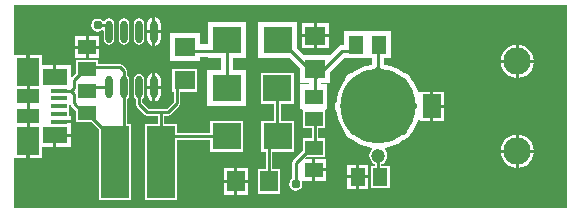
<source format=gtl>
G04 Layer_Physical_Order=1*
G04 Layer_Color=255*
%FSLAX23Y23*%
%MOIN*%
G70*
G01*
G75*
%ADD10R,0.063X0.071*%
%ADD11R,0.071X0.063*%
%ADD12R,0.051X0.059*%
%ADD13R,0.059X0.051*%
%ADD14R,0.094X0.240*%
%ADD15R,0.098X0.091*%
%ADD16R,0.083X0.058*%
%ADD17R,0.054X0.018*%
%ADD18R,0.075X0.046*%
%ADD19R,0.075X0.094*%
%ADD20O,0.024X0.075*%
%ADD21C,0.047*%
%ADD22R,0.059X0.079*%
%ADD23C,0.010*%
%ADD24C,0.250*%
%ADD25C,0.091*%
%ADD26C,0.031*%
%ADD27C,0.028*%
G36*
X344Y-339D02*
X-1499D01*
Y-171D01*
X-1457D01*
Y-115D01*
X-1447D01*
Y-171D01*
X-1405D01*
Y-136D01*
X-1367D01*
Y-97D01*
X-1362D01*
Y-92D01*
X-1310D01*
Y-58D01*
X-1310D01*
Y-56D01*
X-1348D01*
Y-46D01*
X-1310D01*
Y-32D01*
X-1314D01*
Y3D01*
X-1309Y4D01*
X-1308Y2D01*
X-1291Y-15D01*
Y-54D01*
X-1239D01*
X-1214Y-79D01*
Y-311D01*
X-1108D01*
Y-59D01*
X-1121D01*
Y24D01*
X-1119Y26D01*
X-1115Y31D01*
X-1114Y38D01*
Y90D01*
X-1115Y96D01*
X-1119Y102D01*
X-1121Y103D01*
Y117D01*
X-1121Y117D01*
X-1122Y121D01*
X-1124Y125D01*
X-1124Y125D01*
X-1136Y137D01*
X-1137Y139D01*
X-1141Y141D01*
X-1145Y142D01*
X-1146D01*
X-1146Y142D01*
X-1146Y142D01*
X-1219D01*
Y154D01*
X-1291D01*
Y111D01*
X-1305Y96D01*
X-1310Y98D01*
Y136D01*
X-1357D01*
Y97D01*
X-1367D01*
Y136D01*
X-1405D01*
Y171D01*
X-1447D01*
Y115D01*
X-1457D01*
Y171D01*
X-1499D01*
Y339D01*
X344D01*
Y-339D01*
D02*
G37*
%LPC*%
G36*
X184Y-95D02*
Y-145D01*
X234D01*
X233Y-135D01*
X227Y-122D01*
X218Y-110D01*
X207Y-101D01*
X193Y-96D01*
X184Y-95D01*
D02*
G37*
G36*
X-1310Y-102D02*
X-1357D01*
Y-136D01*
X-1310D01*
Y-102D01*
D02*
G37*
G36*
X174Y-95D02*
X164Y-96D01*
X151Y-101D01*
X139Y-110D01*
X131Y-122D01*
X125Y-135D01*
X124Y-145D01*
X174D01*
Y-95D01*
D02*
G37*
G36*
Y-155D02*
X124D01*
X125Y-164D01*
X131Y-177D01*
X139Y-189D01*
X151Y-198D01*
X164Y-203D01*
X174Y-205D01*
Y-155D01*
D02*
G37*
G36*
X234D02*
X184D01*
Y-205D01*
X193Y-203D01*
X207Y-198D01*
X218Y-189D01*
X227Y-177D01*
X233Y-164D01*
X234Y-155D01*
D02*
G37*
G36*
X-66Y49D02*
X-101D01*
Y5D01*
X-66D01*
Y49D01*
D02*
G37*
G36*
X-1037Y59D02*
X-1054D01*
Y38D01*
X-1053Y30D01*
X-1048Y23D01*
X-1041Y18D01*
X-1037Y17D01*
Y59D01*
D02*
G37*
G36*
X-889Y123D02*
X-971D01*
Y48D01*
X-966D01*
Y15D01*
X-990Y-9D01*
X-1050D01*
X-1071Y12D01*
Y24D01*
X-1069Y26D01*
X-1065Y31D01*
X-1064Y38D01*
Y90D01*
X-1065Y96D01*
X-1069Y102D01*
X-1075Y106D01*
X-1082Y108D01*
X-1089Y106D01*
X-1095Y102D01*
X-1099Y96D01*
X-1100Y90D01*
Y38D01*
X-1099Y31D01*
X-1095Y26D01*
X-1093Y24D01*
Y7D01*
X-1093Y7D01*
X-1092Y3D01*
X-1090Y-1D01*
X-1063Y-28D01*
X-1063Y-28D01*
X-1059Y-30D01*
X-1055Y-31D01*
X-1055Y-31D01*
X-1020D01*
Y-59D01*
X-1062D01*
Y-311D01*
X-956D01*
Y-111D01*
X-844D01*
Y-151D01*
X-734D01*
Y-49D01*
X-844D01*
Y-89D01*
X-956D01*
Y-59D01*
X-998D01*
Y-31D01*
X-985D01*
X-985Y-31D01*
X-981Y-30D01*
X-977Y-28D01*
X-947Y2D01*
X-945Y6D01*
X-944Y10D01*
X-944Y10D01*
Y48D01*
X-889D01*
Y123D01*
D02*
G37*
G36*
X-556Y280D02*
X-685D01*
Y160D01*
X-580D01*
X-545Y126D01*
Y78D01*
X-515D01*
Y73D01*
X-544D01*
Y-8D01*
X-538D01*
X-535Y-11D01*
X-535Y-13D01*
Y-74D01*
X-506D01*
Y-106D01*
X-535D01*
Y-147D01*
X-568Y-180D01*
X-570Y-184D01*
X-571Y-188D01*
X-571Y-188D01*
Y-241D01*
X-576Y-244D01*
X-580Y-252D01*
X-582Y-260D01*
X-580Y-268D01*
X-576Y-276D01*
X-568Y-280D01*
X-560Y-282D01*
X-552Y-280D01*
X-544Y-276D01*
X-540Y-268D01*
X-538Y-260D01*
X-539Y-253D01*
X-537Y-249D01*
X-536Y-248D01*
X-504D01*
Y-212D01*
Y-177D01*
X-525D01*
X-527Y-172D01*
X-525Y-169D01*
X-463D01*
Y-106D01*
X-484D01*
Y-74D01*
X-463D01*
Y-13D01*
X-463Y-11D01*
X-460Y-8D01*
X-454D01*
Y73D01*
X-475D01*
Y78D01*
X-445D01*
Y115D01*
X-402Y158D01*
X-398Y160D01*
Y160D01*
X-398Y160D01*
X-304D01*
Y139D01*
X-306Y139D01*
X-327Y134D01*
X-348Y125D01*
X-367Y114D01*
X-370Y111D01*
X-374Y110D01*
X-381Y107D01*
X-387Y103D01*
X-391Y97D01*
X-394Y90D01*
X-395Y86D01*
X-398Y83D01*
X-409Y64D01*
X-418Y43D01*
X-423Y22D01*
X-423Y18D01*
X-425Y15D01*
X-428Y8D01*
X-429Y0D01*
X-428Y-8D01*
X-425Y-15D01*
X-423Y-18D01*
X-423Y-22D01*
X-418Y-43D01*
X-409Y-64D01*
X-398Y-83D01*
X-395Y-86D01*
X-394Y-90D01*
X-391Y-97D01*
X-387Y-103D01*
X-381Y-107D01*
X-374Y-110D01*
X-370Y-111D01*
X-367Y-114D01*
X-348Y-125D01*
X-327Y-134D01*
X-306Y-139D01*
X-305Y-141D01*
X-305Y-143D01*
X-305Y-144D01*
X-310Y-150D01*
X-313Y-157D01*
X-314Y-165D01*
X-313Y-173D01*
X-310Y-180D01*
X-305Y-186D01*
X-299Y-191D01*
X-296Y-192D01*
Y-199D01*
X-309D01*
Y-271D01*
X-246D01*
Y-199D01*
X-274D01*
Y-193D01*
X-269Y-191D01*
X-263Y-186D01*
X-258Y-180D01*
X-255Y-173D01*
X-254Y-165D01*
X-255Y-157D01*
X-258Y-150D01*
X-263Y-144D01*
X-263Y-143D01*
X-263Y-141D01*
X-262Y-139D01*
X-241Y-134D01*
X-220Y-125D01*
X-201Y-114D01*
X-198Y-111D01*
X-194Y-110D01*
X-187Y-107D01*
X-181Y-103D01*
X-177Y-97D01*
X-174Y-90D01*
X-173Y-86D01*
X-170Y-83D01*
X-159Y-64D01*
X-150Y-43D01*
X-146Y-44D01*
Y-49D01*
X-111D01*
Y0D01*
Y49D01*
X-146D01*
Y44D01*
X-150Y43D01*
X-159Y64D01*
X-170Y83D01*
X-173Y86D01*
X-174Y90D01*
X-177Y97D01*
X-181Y103D01*
X-187Y107D01*
X-194Y110D01*
X-198Y111D01*
X-201Y114D01*
X-220Y125D01*
X-241Y134D01*
X-262Y139D01*
X-264Y139D01*
Y160D01*
X-242D01*
Y250D01*
X-398D01*
Y205D01*
X-404D01*
X-412Y203D01*
X-418Y199D01*
X-446Y171D01*
X-534D01*
X-556Y194D01*
Y280D01*
D02*
G37*
G36*
X-66Y-5D02*
X-101D01*
Y-49D01*
X-66D01*
Y-5D01*
D02*
G37*
G36*
X-459Y-177D02*
X-494D01*
Y-207D01*
X-459D01*
Y-177D01*
D02*
G37*
G36*
X-357Y-240D02*
X-388D01*
Y-275D01*
X-357D01*
Y-240D01*
D02*
G37*
G36*
X-317D02*
X-347D01*
Y-275D01*
X-317D01*
Y-240D01*
D02*
G37*
G36*
X-566Y111D02*
X-676D01*
Y9D01*
X-632D01*
Y-49D01*
X-676D01*
Y-151D01*
X-660D01*
Y-209D01*
X-686D01*
Y-291D01*
X-611D01*
Y-209D01*
X-637D01*
Y-151D01*
X-565D01*
Y-49D01*
X-610D01*
Y9D01*
X-566D01*
Y111D01*
D02*
G37*
G36*
X-764Y-255D02*
X-800D01*
Y-295D01*
X-764D01*
Y-255D01*
D02*
G37*
G36*
X-717D02*
X-754D01*
Y-295D01*
X-717D01*
Y-255D01*
D02*
G37*
G36*
X-357Y-195D02*
X-388D01*
Y-230D01*
X-357D01*
Y-195D01*
D02*
G37*
G36*
X-317D02*
X-347D01*
Y-230D01*
X-317D01*
Y-195D01*
D02*
G37*
G36*
X-717Y-205D02*
X-754D01*
Y-245D01*
X-717D01*
Y-205D01*
D02*
G37*
G36*
X-459Y-217D02*
X-494D01*
Y-248D01*
X-459D01*
Y-217D01*
D02*
G37*
G36*
X-764Y-205D02*
X-800D01*
Y-245D01*
X-764D01*
Y-205D01*
D02*
G37*
G36*
X-1010Y59D02*
X-1027D01*
Y17D01*
X-1023Y18D01*
X-1016Y23D01*
X-1011Y30D01*
X-1010Y38D01*
Y59D01*
D02*
G37*
G36*
X-1132Y293D02*
X-1139Y291D01*
X-1145Y287D01*
X-1149Y282D01*
X-1150Y275D01*
Y223D01*
X-1149Y216D01*
X-1145Y211D01*
X-1139Y207D01*
X-1132Y205D01*
X-1125Y207D01*
X-1119Y211D01*
X-1115Y216D01*
X-1114Y223D01*
Y275D01*
X-1115Y282D01*
X-1119Y287D01*
X-1125Y291D01*
X-1132Y293D01*
D02*
G37*
G36*
X-1082D02*
X-1089Y291D01*
X-1095Y287D01*
X-1099Y282D01*
X-1100Y275D01*
Y223D01*
X-1099Y216D01*
X-1095Y211D01*
X-1089Y207D01*
X-1082Y205D01*
X-1075Y207D01*
X-1069Y211D01*
X-1065Y216D01*
X-1064Y223D01*
Y275D01*
X-1065Y282D01*
X-1069Y287D01*
X-1075Y291D01*
X-1082Y293D01*
D02*
G37*
G36*
X-1215Y233D02*
X-1250D01*
Y202D01*
X-1215D01*
Y233D01*
D02*
G37*
G36*
X-1010Y244D02*
X-1027D01*
Y202D01*
X-1023Y203D01*
X-1016Y208D01*
X-1011Y215D01*
X-1010Y223D01*
Y244D01*
D02*
G37*
G36*
X-1260Y233D02*
X-1295D01*
Y202D01*
X-1260D01*
Y233D01*
D02*
G37*
G36*
X-725Y280D02*
X-853D01*
Y206D01*
X-880D01*
Y243D01*
X-980D01*
Y150D01*
X-880D01*
Y165D01*
X-853D01*
Y160D01*
X-810D01*
Y120D01*
X-854D01*
Y-0D01*
X-725D01*
Y120D01*
X-769D01*
Y160D01*
X-725D01*
Y280D01*
D02*
G37*
G36*
X-1027Y296D02*
Y254D01*
X-1010D01*
Y275D01*
X-1011Y283D01*
X-1016Y290D01*
X-1023Y295D01*
X-1027Y296D01*
D02*
G37*
G36*
X-1182Y293D02*
X-1189Y291D01*
X-1195Y287D01*
X-1197Y284D01*
X-1203Y284D01*
X-1204Y286D01*
X-1212Y290D01*
X-1220Y292D01*
X-1228Y290D01*
X-1236Y286D01*
X-1240Y278D01*
X-1242Y270D01*
X-1240Y262D01*
X-1236Y254D01*
X-1228Y250D01*
X-1220Y248D01*
X-1212Y250D01*
X-1205Y254D01*
X-1202Y253D01*
X-1200Y252D01*
Y223D01*
X-1199Y216D01*
X-1195Y211D01*
X-1189Y207D01*
X-1182Y205D01*
X-1175Y207D01*
X-1169Y211D01*
X-1165Y216D01*
X-1164Y223D01*
Y275D01*
X-1165Y282D01*
X-1169Y287D01*
X-1175Y291D01*
X-1182Y293D01*
D02*
G37*
G36*
X-1037Y296D02*
X-1041Y295D01*
X-1048Y290D01*
X-1053Y283D01*
X-1054Y275D01*
Y254D01*
X-1037D01*
Y296D01*
D02*
G37*
G36*
X-500Y277D02*
X-540D01*
Y240D01*
X-500D01*
Y277D01*
D02*
G37*
G36*
X-450D02*
X-490D01*
Y240D01*
X-450D01*
Y277D01*
D02*
G37*
G36*
X234Y145D02*
X184D01*
Y95D01*
X193Y96D01*
X207Y101D01*
X218Y110D01*
X227Y122D01*
X233Y135D01*
X234Y145D01*
D02*
G37*
G36*
X174Y205D02*
X164Y203D01*
X151Y198D01*
X139Y189D01*
X131Y177D01*
X125Y164D01*
X124Y155D01*
X174D01*
Y205D01*
D02*
G37*
G36*
Y145D02*
X124D01*
X125Y135D01*
X131Y122D01*
X139Y110D01*
X151Y101D01*
X164Y96D01*
X174Y95D01*
Y145D01*
D02*
G37*
G36*
X-1037Y111D02*
X-1041Y110D01*
X-1048Y105D01*
X-1053Y98D01*
X-1054Y90D01*
Y69D01*
X-1037D01*
Y111D01*
D02*
G37*
G36*
X-1027D02*
Y69D01*
X-1010D01*
Y90D01*
X-1011Y98D01*
X-1016Y105D01*
X-1023Y110D01*
X-1027Y111D01*
D02*
G37*
G36*
X184Y205D02*
Y155D01*
X234D01*
X233Y164D01*
X227Y177D01*
X218Y189D01*
X207Y198D01*
X193Y203D01*
X184Y205D01*
D02*
G37*
G36*
X-450Y230D02*
X-490D01*
Y194D01*
X-450D01*
Y230D01*
D02*
G37*
G36*
X-1037Y244D02*
X-1054D01*
Y223D01*
X-1053Y215D01*
X-1048Y208D01*
X-1041Y203D01*
X-1037Y202D01*
Y244D01*
D02*
G37*
G36*
X-500Y230D02*
X-540D01*
Y194D01*
X-500D01*
Y230D01*
D02*
G37*
G36*
X-1260Y192D02*
X-1295D01*
Y162D01*
X-1260D01*
Y192D01*
D02*
G37*
G36*
X-1215D02*
X-1250D01*
Y162D01*
X-1215D01*
Y192D01*
D02*
G37*
%LPD*%
D10*
X-649Y-250D02*
D03*
X-759D02*
D03*
D11*
X-495Y235D02*
D03*
Y125D02*
D03*
X-930Y196D02*
D03*
Y86D02*
D03*
D12*
X-352Y-235D02*
D03*
X-278D02*
D03*
X-357Y205D02*
D03*
X-283D02*
D03*
D13*
X-1255Y-22D02*
D03*
Y52D02*
D03*
X-499Y-212D02*
D03*
Y-138D02*
D03*
Y-42D02*
D03*
Y32D02*
D03*
X-1255Y123D02*
D03*
Y197D02*
D03*
D14*
X-1009Y-185D02*
D03*
X-1161D02*
D03*
D15*
X-621Y60D02*
D03*
X-790D02*
D03*
X-789Y-100D02*
D03*
X-620D02*
D03*
X-789Y220D02*
D03*
X-620D02*
D03*
D16*
X-1362Y97D02*
D03*
Y-97D02*
D03*
D17*
X-1348Y26D02*
D03*
Y51D02*
D03*
Y-51D02*
D03*
Y-26D02*
D03*
Y0D02*
D03*
D18*
X-1452Y33D02*
D03*
Y-33D02*
D03*
D19*
Y-115D02*
D03*
Y115D02*
D03*
D20*
X-1032Y249D02*
D03*
X-1082D02*
D03*
X-1132D02*
D03*
X-1182D02*
D03*
X-1032Y64D02*
D03*
X-1082D02*
D03*
X-1132D02*
D03*
X-1182D02*
D03*
D21*
X-284Y-165D02*
D03*
D22*
X-106Y0D02*
D03*
D23*
X-495Y-138D02*
Y-29D01*
X-1220Y270D02*
X-1177D01*
X-378Y185D02*
X-357Y205D01*
X-1243Y64D02*
X-1182D01*
X-284Y0D02*
Y205D01*
X-285Y-223D02*
Y-158D01*
X-620Y220D02*
X-585Y185D01*
X-649Y-250D02*
Y-128D01*
X-1009Y-100D02*
Y-20D01*
Y-155D02*
Y-100D01*
X-789D01*
X-930Y185D02*
X-824D01*
X-955Y10D02*
Y78D01*
X-985Y-20D02*
X-955Y10D01*
X-1009Y-20D02*
X-985D01*
X-1055D02*
X-1009D01*
X-1082Y7D02*
X-1055Y-20D01*
X-1161Y-185D02*
Y-116D01*
X-1255Y-22D02*
X-1161Y-116D01*
X-1452Y-115D02*
Y-33D01*
Y-227D02*
Y-115D01*
Y115D02*
Y277D01*
Y33D02*
Y115D01*
Y-33D02*
Y33D01*
X-1300Y10D02*
X-1268Y-22D01*
X-1300Y10D02*
Y42D01*
X-1309Y51D02*
X-1300Y42D01*
Y86D02*
X-1255Y131D01*
X-1300Y60D02*
Y86D01*
X-1309Y51D02*
X-1300Y60D01*
X-1348Y51D02*
X-1309D01*
X-1146Y131D02*
X-1132Y117D01*
Y64D02*
Y117D01*
X-1082Y7D02*
Y64D01*
X-790Y60D02*
Y220D01*
X-621Y-100D02*
Y60D01*
X-1132Y-126D02*
Y64D01*
X-1255Y131D02*
X-1146D01*
X-1145D01*
X-495Y-138D02*
X-482D01*
X-284Y0D02*
Y116D01*
X-366Y-82D02*
X-202Y82D01*
X-366D02*
X-202Y-82D01*
X-400Y0D02*
X-168D01*
X-495Y32D02*
Y93D01*
X-404Y185D01*
X-378D01*
X-585Y185D02*
X-576D01*
X-516Y125D02*
X-495D01*
X-576Y185D02*
X-567Y176D01*
X-516Y125D01*
X-560Y-260D02*
Y-188D01*
X-510Y-138D01*
X-495D01*
D24*
X-284Y0D02*
D03*
D25*
X179Y150D02*
D03*
Y-150D02*
D03*
D26*
X-380Y130D02*
D03*
X-400Y300D02*
D03*
X-300D02*
D03*
X-100Y-100D02*
D03*
Y100D02*
D03*
X-560Y-260D02*
D03*
X-400Y-300D02*
D03*
X-300D02*
D03*
X-705Y-200D02*
D03*
Y-100D02*
D03*
Y65D02*
D03*
Y230D02*
D03*
X-1220Y270D02*
D03*
X-1130Y165D02*
D03*
X-584Y137D02*
D03*
X-910Y-240D02*
D03*
X-920Y-50D02*
D03*
X-1035Y165D02*
D03*
X-1270Y-213D02*
D03*
X0Y0D02*
D03*
Y100D02*
D03*
Y200D02*
D03*
Y300D02*
D03*
Y-100D02*
D03*
Y-200D02*
D03*
Y-300D02*
D03*
X-100D02*
D03*
Y-200D02*
D03*
Y300D02*
D03*
Y200D02*
D03*
X100Y-300D02*
D03*
Y-200D02*
D03*
Y-100D02*
D03*
Y300D02*
D03*
Y200D02*
D03*
Y100D02*
D03*
Y0D02*
D03*
X-200Y300D02*
D03*
Y-300D02*
D03*
X-380Y-130D02*
D03*
X-1085Y-134D02*
D03*
D27*
X-366Y82D02*
D03*
X-284Y116D02*
D03*
X-202Y82D02*
D03*
X-168Y0D02*
D03*
X-202Y-82D02*
D03*
X-366D02*
D03*
X-400Y0D02*
D03*
M02*

</source>
